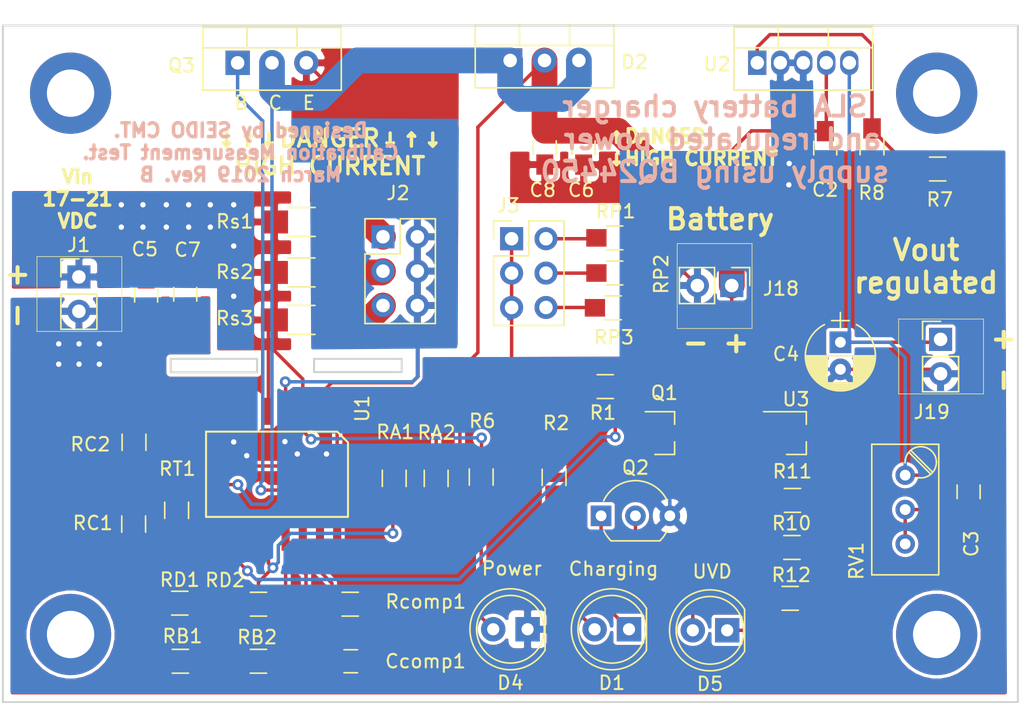
<source format=kicad_pcb>
(kicad_pcb (version 20171130) (host pcbnew 5.1.0-060a0da~80~ubuntu14.04.1)
  (layers (0 F.Cu signal) (31 B.Cu signal) (34 B.Paste user) (35 F.Paste user) (36 B.SilkS user) (37 F.SilkS user) (38 B.Mask user) (39 F.Mask user) (44 Edge.Cuts user))
  (net 0 "")
  (net 1 "Net-(D1-Pad2)")
  (net 2 "Net-(D1-Pad1)")
  (net 3 GND)
  (net 4 "Net-(D4-Pad2)")
  (net 5 Vin)
  (net 6 STAT1)
  (net 7 "Net-(R7-Pad1)")
  (net 8 "Net-(RA1-Pad1)")
  (net 9 "Net-(RC1-Pad1)")
  (net 10 "Net-(RT1-Pad1)")
  (net 11 "Net-(U1-Pad1)")
  (net 12 "Net-(C3-Pad2)")
  (net 13 "Net-(C3-Pad1)")
  (net 14 VBatt)
  (net 15 "Net-(Q1-Pad3)")
  (net 16 "Net-(Q3-Pad1)")
  (net 17 "Net-(J3-Pad1)")
  (net 18 "Net-(J3-Pad2)")
  (net 19 "Net-(J3-Pad4)")
  (net 20 "Net-(J3-Pad6)")
  (net 21 "Net-(J2-Pad5)")
  (net 22 "Net-(J2-Pad3)")
  (net 23 "Net-(J2-Pad1)")
  (net 24 "Net-(D5-Pad2)")
  (net 25 "Net-(D5-Pad1)")
  (net 26 "Net-(R10-Pad1)")
  (net 27 "Net-(Ccomp1-Pad1)")
  (net 28 "Net-(Rcomp1-Pad2)")
  (net 29 Charge)
  (net 30 "Net-(D2-Pad1)")
  (net 31 "Net-(RC2-Pad1)")
  (net 32 "Net-(RA1-Pad2)")
  (net 33 "Net-(RB1-Pad2)")
  (net 34 "Net-(RD1-Pad2)")
  (net 35 "Net-(RB2-Pad1)")
  (module Capacitors_THT:CP_Radial_D5.0mm_P2.00mm (layer F.Cu) (at 111.887 73.406 270)
    (fp_text reference C4 (at 0.87376 4.02082) (layer F.SilkS))
    (fp_text value 22uF)
    (pad 2 thru_hole circle (at 2 0 270) (size 1.6 1.6) (drill 0.8) (layers *.Cu *.Mask) (net 3 GND))
    (pad 1 thru_hole rect (at 0 0 270) (size 1.6 1.6) (drill 0.8) (layers *.Cu *.Mask) (net 13 "Net-(C3-Pad1)"))
  )
  (module LTZ1000_PowerSupplyCharger:PCB_Terminal_2_2.54 (layer F.Cu) (at 52.51704 67.07632)
    (fp_text reference J1 (at 3.08356 -0.8636 -180) (layer F.SilkS))
    (fp_text value Vin)
    (pad 1 thru_hole rect (at 3.1 1.5) (size 1.7 1.7) (drill 1) (layers *.Cu *.Mask) (net 5 Vin))
    (pad 2 thru_hole oval (at 3.1 4.04) (size 1.7 1.7) (drill 1) (layers *.Cu *.Mask) (net 3 GND))
  )
  (module LTZ1000_PowerSupplyCharger:PCB_Terminal_2_2.54 (layer F.Cu) (at 116.18976 71.6915)
    (fp_text reference J19 (at 2.44856 6.86308) (layer F.SilkS))
    (fp_text value Vout)
    (pad 1 thru_hole rect (at 3.1 1.5) (size 1.7 1.7) (drill 1) (layers *.Cu *.Mask) (net 13 "Net-(C3-Pad1)"))
    (pad 2 thru_hole oval (at 3.1 4.04) (size 1.7 1.7) (drill 1) (layers *.Cu *.Mask) (net 3 GND))
  )
  (module LTZ1000_PowerSupplyCharger:PCB_Terminal_2_2.54 (layer F.Cu) (at 105.3592 66.1162 270)
    (fp_text reference J18 (at 3.3274 -2.1336) (layer F.SilkS))
    (fp_text value Battery)
    (pad 1 thru_hole rect (at 3.1 1.5 270) (size 1.7 1.7) (drill 1) (layers *.Cu *.Mask) (net 14 VBatt))
    (pad 2 thru_hole oval (at 3.1 4.04 270) (size 1.7 1.7) (drill 1) (layers *.Cu *.Mask) (net 3 GND))
  )
  (module TO_SOT_Packages_THT:TO-92_Inline_Wide (layer F.Cu) (at 94.20352 86.23046)
    (fp_text reference Q2 (at 2.54 -3.56 -180) (layer F.SilkS))
    (fp_text value BC547)
    (pad 1 thru_hole rect (at 0 0 90) (size 1.52 1.52) (drill 0.8) (layers *.Cu *.Mask) (net 2 "Net-(D1-Pad1)"))
    (pad 3 thru_hole circle (at 5.08 0 90) (size 1.52 1.52) (drill 0.8) (layers *.Cu *.Mask) (net 3 GND))
    (pad 2 thru_hole circle (at 2.54 0 90) (size 1.52 1.52) (drill 0.8) (layers *.Cu *.Mask) (net 15 "Net-(Q1-Pad3)"))
  )
  (module Resistors_SMD:R_0805_HandSoldering (layer F.Cu) (at 95.0976 70.86092)
    (fp_text reference RP3 (at 0.05334 2.1844) (layer F.SilkS))
    (fp_text value 15K)
    (pad 2 smd rect (at 1.35 0) (size 1.5 1.3) (layers F.Cu F.Paste F.Mask) (net 3 GND))
    (pad 1 smd rect (at -1.35 0) (size 1.5 1.3) (layers F.Cu F.Paste F.Mask) (net 20 "Net-(J3-Pad6)"))
  )
  (module Resistors_SMD:R_0805_HandSoldering (layer F.Cu) (at 95.20682 65.69202)
    (fp_text reference RP1 (at 0.06858 -1.96342) (layer F.SilkS))
    (fp_text value 43K)
    (pad 2 smd rect (at 1.35 0) (size 1.5 1.3) (layers F.Cu F.Paste F.Mask) (net 3 GND))
    (pad 1 smd rect (at -1.35 0) (size 1.5 1.3) (layers F.Cu F.Paste F.Mask) (net 18 "Net-(J3-Pad2)"))
  )
  (module Resistors_SMD:R_0805_HandSoldering (layer F.Cu) (at 95.20682 68.2879)
    (fp_text reference RP2 (at 3.44678 0.0889 90) (layer F.SilkS))
    (fp_text value 22K1)
    (pad 1 smd rect (at -1.35 0) (size 1.5 1.3) (layers F.Cu F.Paste F.Mask) (net 19 "Net-(J3-Pad4)"))
    (pad 2 smd rect (at 1.35 0) (size 1.5 1.3) (layers F.Cu F.Paste F.Mask) (net 3 GND))
  )
  (module LTZ1000_PowerSupplyCharger:SOIC-16 (layer F.Cu) (at 70.256976 83.1596 180)
    (fp_text reference U1 (at -6.298624 4.8514 270) (layer F.SilkS))
    (fp_text value BQ24450)
    (pad 16 smd rect (at -4.445 -4.65 180) (size 0.6 2) (layers F.Cu F.Paste F.Mask) (net 16 "Net-(Q3-Pad1)"))
    (pad 1 smd rect (at -4.445 4.65 180) (size 0.6 2) (layers F.Cu F.Paste F.Mask) (net 11 "Net-(U1-Pad1)"))
    (pad 15 smd rect (at -3.175 -4.65 180) (size 0.6 2) (layers F.Cu F.Paste F.Mask) (net 17 "Net-(J3-Pad1)"))
    (pad 2 smd rect (at -3.175 4.65 180) (size 0.6 2) (layers F.Cu F.Paste F.Mask) (net 29 Charge))
    (pad 14 smd rect (at -1.905 -4.65 180) (size 0.6 2) (layers F.Cu F.Paste F.Mask) (net 28 "Net-(Rcomp1-Pad2)"))
    (pad 3 smd rect (at -1.905 4.65 180) (size 0.6 2) (layers F.Cu F.Paste F.Mask) (net 5 Vin))
    (pad 13 smd rect (at -0.635 -4.65 180) (size 0.6 2) (layers F.Cu F.Paste F.Mask) (net 35 "Net-(RB2-Pad1)"))
    (pad 4 smd rect (at -0.635 4.65 180) (size 0.6 2) (layers F.Cu F.Paste F.Mask) (net 29 Charge))
    (pad 12 smd rect (at 0.635 -4.65 180) (size 0.6 2) (layers F.Cu F.Paste F.Mask) (net 8 "Net-(RA1-Pad1)"))
    (pad 5 smd rect (at 0.635 4.65 180) (size 0.6 2) (layers F.Cu F.Paste F.Mask) (net 5 Vin))
    (pad 11 smd rect (at 1.905 -4.65 180) (size 0.6 2) (layers F.Cu F.Paste F.Mask) (net 10 "Net-(RT1-Pad1)"))
    (pad 6 smd rect (at 1.905 4.65 180) (size 0.6 2) (layers F.Cu F.Paste F.Mask) (net 3 GND))
    (pad 10 smd rect (at 3.175 -4.65 180) (size 0.6 2) (layers F.Cu F.Paste F.Mask) (net 6 STAT1))
    (pad 7 smd rect (at 3.175 4.65 180) (size 0.6 2) (layers F.Cu F.Paste F.Mask) (net 31 "Net-(RC2-Pad1)"))
    (pad 9 smd rect (at 4.445 -4.65 180) (size 0.6 2) (layers F.Cu F.Paste F.Mask))
    (pad 8 smd rect (at 4.445 4.65 180) (size 0.6 2) (layers F.Cu F.Paste F.Mask) (net 11 "Net-(U1-Pad1)"))
  )
  (module Capacitors_SMD:C_0805_HandSoldering (layer F.Cu) (at 121.3612 84.455 270)
    (fp_text reference C3 (at 3.84482 -0.19812 90) (layer F.SilkS))
    (fp_text value 1nF)
    (pad 2 smd rect (at 1.25 0 270) (size 1.5 1.25) (layers F.Cu F.Paste F.Mask) (net 12 "Net-(C3-Pad2)"))
    (pad 1 smd rect (at -1.25 0 270) (size 1.5 1.25) (layers F.Cu F.Paste F.Mask) (net 13 "Net-(C3-Pad1)"))
  )
  (module LEDs:LED_D5.0mm (layer F.Cu) (at 96.266 94.615 180)
    (fp_text reference D1 (at 1.27 -3.96 180) (layer F.SilkS))
    (fp_text value Charging (at 1.143 4.4704) (layer F.SilkS))
    (pad 2 thru_hole circle (at 2.54 0 180) (size 1.8 1.8) (drill 0.9) (layers *.Cu *.Mask) (net 1 "Net-(D1-Pad2)"))
    (pad 1 thru_hole rect (at 0 0 180) (size 1.8 1.8) (drill 0.9) (layers *.Cu *.Mask) (net 2 "Net-(D1-Pad1)"))
  )
  (module LEDs:LED_D5.0mm (layer F.Cu) (at 88.773 94.61246 180)
    (fp_text reference D4 (at 1.27 -3.96 180) (layer F.SilkS))
    (fp_text value Power (at 1.1684 4.49326 180) (layer F.SilkS))
    (pad 1 thru_hole rect (at 0 0 180) (size 1.8 1.8) (drill 0.9) (layers *.Cu *.Mask) (net 3 GND))
    (pad 2 thru_hole circle (at 2.54 0 180) (size 1.8 1.8) (drill 0.9) (layers *.Cu *.Mask) (net 4 "Net-(D4-Pad2)"))
  )
  (module TO_SOT_Packages_SMD:SOT-23 (layer F.Cu) (at 98.87712 80.11668)
    (fp_text reference Q1 (at 0 -2.96672) (layer F.SilkS))
    (fp_text value BSS138)
    (pad 3 smd rect (at 1 0) (size 0.9 0.8) (layers F.Cu F.Paste F.Mask) (net 15 "Net-(Q1-Pad3)"))
    (pad 2 smd rect (at -1 0.95) (size 0.9 0.8) (layers F.Cu F.Paste F.Mask) (net 3 GND))
    (pad 1 smd rect (at -1 -0.95) (size 0.9 0.8) (layers F.Cu F.Paste F.Mask) (net 6 STAT1))
  )
  (module TO_SOT_Packages_THT:TO-220-3_Vertical (layer F.Cu) (at 67.34556 52.75834)
    (fp_text reference Q3 (at -4.1402 0.1905) (layer F.SilkS))
    (fp_text value "B  C  E" (at 2.73812 2.95656) (layer F.SilkS))
    (pad 3 thru_hole oval (at 5.08 0) (size 1.8 1.8) (drill 1) (layers *.Cu *.Mask) (net 29 Charge))
    (pad 2 thru_hole oval (at 2.54 0) (size 1.8 1.8) (drill 1) (layers *.Cu *.Mask) (net 30 "Net-(D2-Pad1)"))
    (pad 1 thru_hole rect (at 0 0) (size 1.8 1.8) (drill 1) (layers *.Cu *.Mask) (net 16 "Net-(Q3-Pad1)"))
  )
  (module Resistors_SMD:R_0805_HandSoldering (layer F.Cu) (at 94.5134 76.6826 180)
    (fp_text reference R1 (at 0.1778 -1.9304) (layer F.SilkS))
    (fp_text value 330k)
    (pad 2 smd rect (at 1.35 0 180) (size 1.5 1.3) (layers F.Cu F.Paste F.Mask) (net 5 Vin))
    (pad 1 smd rect (at -1.35 0 180) (size 1.5 1.3) (layers F.Cu F.Paste F.Mask) (net 15 "Net-(Q1-Pad3)"))
  )
  (module Resistors_SMD:R_0805_HandSoldering (layer F.Cu) (at 90.7288 83.3882 90)
    (fp_text reference R2 (at 4.0132 0.1524 180) (layer F.SilkS))
    (fp_text value 6k8)
    (pad 2 smd rect (at 1.35 0 90) (size 1.5 1.3) (layers F.Cu F.Paste F.Mask) (net 5 Vin))
    (pad 1 smd rect (at -1.35 0 90) (size 1.5 1.3) (layers F.Cu F.Paste F.Mask) (net 1 "Net-(D1-Pad2)"))
  )
  (module Resistors_SMD:R_0805_HandSoldering (layer F.Cu) (at 85.344 83.3628 90)
    (fp_text reference R6 (at 4.1402 0.0762 180) (layer F.SilkS))
    (fp_text value 6k8)
    (pad 1 smd rect (at -1.35 0 90) (size 1.5 1.3) (layers F.Cu F.Paste F.Mask) (net 4 "Net-(D4-Pad2)"))
    (pad 2 smd rect (at 1.35 0 90) (size 1.5 1.3) (layers F.Cu F.Paste F.Mask) (net 5 Vin))
  )
  (module Resistors_SMD:R_0805_HandSoldering (layer F.Cu) (at 119.0752 60.6044)
    (fp_text reference R7 (at 0.1524 2.2606 -180) (layer F.SilkS))
    (fp_text value 750k)
    (pad 2 smd rect (at 1.35 0) (size 1.5 1.3) (layers F.Cu F.Paste F.Mask) (net 12 "Net-(C3-Pad2)"))
    (pad 1 smd rect (at -1.35 0) (size 1.5 1.3) (layers F.Cu F.Paste F.Mask) (net 7 "Net-(R7-Pad1)"))
  )
  (module Resistors_SMD:R_0805_HandSoldering (layer F.Cu) (at 114.2238 58.9534 90)
    (fp_text reference R8 (at -3.41182 -0.028882 180) (layer F.SilkS))
    (fp_text value 102k)
    (pad 1 smd rect (at -1.35 0 90) (size 1.5 1.3) (layers F.Cu F.Paste F.Mask) (net 3 GND))
    (pad 2 smd rect (at 1.35 0 90) (size 1.5 1.3) (layers F.Cu F.Paste F.Mask) (net 7 "Net-(R7-Pad1)"))
  )
  (module Resistors_SMD:R_0805_HandSoldering (layer F.Cu) (at 78.9178 83.4644 90)
    (fp_text reference RA1 (at 3.429 0.0762 180) (layer F.SilkS))
    (fp_text value 200K)
    (pad 2 smd rect (at 1.35 0 90) (size 1.5 1.3) (layers F.Cu F.Paste F.Mask) (net 32 "Net-(RA1-Pad2)"))
    (pad 1 smd rect (at -1.35 0 90) (size 1.5 1.3) (layers F.Cu F.Paste F.Mask) (net 8 "Net-(RA1-Pad1)"))
  )
  (module Resistors_SMD:R_0805_HandSoldering (layer F.Cu) (at 68.8848 96.9772 180)
    (fp_text reference RB2 (at 0.1016 1.778 180) (layer F.SilkS))
    (fp_text value 12K)
    (pad 1 smd rect (at -1.35 0 180) (size 1.5 1.3) (layers F.Cu F.Paste F.Mask) (net 35 "Net-(RB2-Pad1)"))
    (pad 2 smd rect (at 1.35 0 180) (size 1.5 1.3) (layers F.Cu F.Paste F.Mask) (net 33 "Net-(RB1-Pad2)"))
  )
  (module Resistors_SMD:R_0805_HandSoldering (layer F.Cu) (at 59.6646 86.8426 270)
    (fp_text reference RC1 (at -0.0762 3.0226 180) (layer F.SilkS))
    (fp_text value 45.3K)
    (pad 1 smd rect (at -1.35 0 270) (size 1.5 1.3) (layers F.Cu F.Paste F.Mask) (net 9 "Net-(RC1-Pad1)"))
    (pad 2 smd rect (at 1.35 0 270) (size 1.5 1.3) (layers F.Cu F.Paste F.Mask) (net 35 "Net-(RB2-Pad1)"))
  )
  (module Resistors_SMD:R_0805_HandSoldering (layer F.Cu) (at 63.0682 92.6846)
    (fp_text reference RD1 (at 0 -1.7272) (layer F.SilkS))
    (fp_text value 430K)
    (pad 2 smd rect (at 1.35 0) (size 1.5 1.3) (layers F.Cu F.Paste F.Mask) (net 34 "Net-(RD1-Pad2)"))
    (pad 1 smd rect (at -1.35 0) (size 1.5 1.3) (layers F.Cu F.Paste F.Mask) (net 6 STAT1))
  )
  (module Resistors_SMD:R_0805_HandSoldering (layer F.Cu) (at 62.8396 85.8228 90)
    (fp_text reference RT1 (at 3.0696 0.0508 180) (layer F.SilkS))
    (fp_text value 510)
    (pad 1 smd rect (at -1.35 0 90) (size 1.5 1.3) (layers F.Cu F.Paste F.Mask) (net 10 "Net-(RT1-Pad1)"))
    (pad 2 smd rect (at 1.35 0 90) (size 1.5 1.3) (layers F.Cu F.Paste F.Mask) (net 30 "Net-(D2-Pad1)"))
  )
  (module TO_SOT_Packages_THT:TO-220-5_Vertical (layer F.Cu) (at 105.74528 52.75326)
    (fp_text reference U2 (at -2.97688 0.10414) (layer F.SilkS))
    (fp_text value MIC2940)
    (pad 5 thru_hole oval (at 6.8 0) (size 1.35 1.8) (drill 1) (layers *.Cu *.Mask) (net 13 "Net-(C3-Pad1)"))
    (pad 4 thru_hole oval (at 5.1 0) (size 1.35 1.8) (drill 1) (layers *.Cu *.Mask) (net 14 VBatt))
    (pad 3 thru_hole oval (at 3.4 0) (size 1.35 1.8) (drill 1) (layers *.Cu *.Mask) (net 3 GND))
    (pad 2 thru_hole oval (at 1.7 0) (size 1.35 1.8) (drill 1) (layers *.Cu *.Mask) (net 3 GND))
    (pad 1 thru_hole rect (at 0 0) (size 1.35 1.8) (drill 1) (layers *.Cu *.Mask) (net 7 "Net-(R7-Pad1)"))
  )
  (module Potentiometers:Potentiometer_Trimmer_Bourns_3296W (layer F.Cu) (at 116.6749 83.22818 90)
    (fp_text reference RV1 (at -6.33984 -3.60172 270) (layer F.SilkS))
    (fp_text value 200K)
    (pad 3 thru_hole circle (at -5.08 0 90) (size 1.44 1.44) (drill 0.8) (layers *.Cu *.Mask) (net 12 "Net-(C3-Pad2)"))
    (pad 2 thru_hole circle (at -2.54 0 90) (size 1.44 1.44) (drill 0.8) (layers *.Cu *.Mask) (net 12 "Net-(C3-Pad2)"))
    (pad 1 thru_hole circle (at 0 0 90) (size 1.44 1.44) (drill 0.8) (layers *.Cu *.Mask) (net 13 "Net-(C3-Pad1)"))
  )
  (module LEDs:LED_D5.0mm (layer F.Cu) (at 103.52024 94.6912 180)
    (fp_text reference D5 (at 1.27 -3.96 180) (layer F.SilkS))
    (fp_text value UVD (at 1.10744 4.3434) (layer F.SilkS))
    (pad 2 thru_hole circle (at 2.54 0 180) (size 1.8 1.8) (drill 0.9) (layers *.Cu *.Mask) (net 24 "Net-(D5-Pad2)"))
    (pad 1 thru_hole rect (at 0 0 180) (size 1.8 1.8) (drill 0.9) (layers *.Cu *.Mask) (net 25 "Net-(D5-Pad1)"))
  )
  (module Resistors_SMD:R_0805_HandSoldering (layer F.Cu) (at 108.3056 88.5698 180)
    (fp_text reference R10 (at 0.0254 1.78816 180) (layer F.SilkS))
    (fp_text value 91K)
    (pad 2 smd rect (at 1.35 0 180) (size 1.5 1.3) (layers F.Cu F.Paste F.Mask) (net 14 VBatt))
    (pad 1 smd rect (at -1.35 0 180) (size 1.5 1.3) (layers F.Cu F.Paste F.Mask) (net 26 "Net-(R10-Pad1)"))
  )
  (module Resistors_SMD:R_0805_HandSoldering (layer F.Cu) (at 108.3437 85.09)
    (fp_text reference R11 (at -0.00762 -2.14376) (layer F.SilkS))
    (fp_text value 68K)
    (pad 1 smd rect (at -1.35 0) (size 1.5 1.3) (layers F.Cu F.Paste F.Mask) (net 3 GND))
    (pad 2 smd rect (at 1.35 0) (size 1.5 1.3) (layers F.Cu F.Paste F.Mask) (net 26 "Net-(R10-Pad1)"))
  )
  (module Resistors_SMD:R_0805_HandSoldering (layer F.Cu) (at 108.1786 92.329)
    (fp_text reference R12 (at 0.0762 -1.7272 180) (layer F.SilkS))
    (fp_text value 6K8)
    (pad 2 smd rect (at 1.35 0) (size 1.5 1.3) (layers F.Cu F.Paste F.Mask) (net 14 VBatt))
    (pad 1 smd rect (at -1.35 0) (size 1.5 1.3) (layers F.Cu F.Paste F.Mask) (net 24 "Net-(D5-Pad2)"))
  )
  (module TO_SOT_Packages_SMD:SOT-23_Handsoldering (layer F.Cu) (at 108.60786 80.11668)
    (fp_text reference U3 (at 0 -2.5) (layer F.SilkS))
    (fp_text value TC54)
    (pad 3 smd rect (at 1.5 0) (size 1.9 0.8) (layers F.Cu F.Paste F.Mask) (net 26 "Net-(R10-Pad1)"))
    (pad 2 smd rect (at -1.5 0.95) (size 1.9 0.8) (layers F.Cu F.Paste F.Mask) (net 3 GND))
    (pad 1 smd rect (at -1.5 -0.95) (size 1.9 0.8) (layers F.Cu F.Paste F.Mask) (net 25 "Net-(D5-Pad1)"))
  )
  (module Capacitors_SMD:C_0805_HandSoldering (layer F.Cu) (at 63.47714 69.86016 270)
    (fp_text reference C7 (at -3.286057 -0.170738) (layer F.SilkS))
    (fp_text value 0.1uF)
    (pad 2 smd rect (at 1.25 0 270) (size 1.5 1.25) (layers F.Cu F.Paste F.Mask) (net 3 GND))
    (pad 1 smd rect (at -1.25 0 270) (size 1.5 1.25) (layers F.Cu F.Paste F.Mask) (net 5 Vin))
  )
  (module Capacitors_SMD:C_0805_HandSoldering (layer F.Cu) (at 90.043 59.0242 270)
    (fp_text reference C8 (at 3.1296 0.1524) (layer F.SilkS))
    (fp_text value 1uF)
    (pad 1 smd rect (at -1.25 0 270) (size 1.5 1.25) (layers F.Cu F.Paste F.Mask) (net 14 VBatt))
    (pad 2 smd rect (at 1.25 0 270) (size 1.5 1.25) (layers F.Cu F.Paste F.Mask) (net 3 GND))
  )
  (module Capacitors_SMD:C_0805_HandSoldering (layer F.Cu) (at 60.58662 69.93128 270)
    (fp_text reference C5 (at -3.397817 0.103582) (layer F.SilkS))
    (fp_text value 1uF)
    (pad 2 smd rect (at 1.25 0 270) (size 1.5 1.25) (layers F.Cu F.Paste F.Mask) (net 3 GND))
    (pad 1 smd rect (at -1.25 0 270) (size 1.5 1.25) (layers F.Cu F.Paste F.Mask) (net 5 Vin))
  )
  (module Capacitors_SMD:C_0805_HandSoldering (layer F.Cu) (at 92.9132 59.0296 270)
    (fp_text reference C6 (at 3.1242 0.1778) (layer F.SilkS))
    (fp_text value 0.1uF)
    (pad 1 smd rect (at -1.25 0 270) (size 1.5 1.25) (layers F.Cu F.Paste F.Mask) (net 14 VBatt))
    (pad 2 smd rect (at 1.25 0 270) (size 1.5 1.25) (layers F.Cu F.Paste F.Mask) (net 3 GND))
  )
  (module LTZ1000_PowerSupplyCharger:NPTH (layer F.Cu) (at 55 95)
    (fp_text reference H2 (at 0 0.5) (layer F.SilkS))
    (fp_text value MountingHole hide)
    (pad "" np_thru_hole circle (at 0 0) (size 6 6) (drill 3.5) (layers *.Cu *.Mask))
  )
  (module LTZ1000_PowerSupplyCharger:NPTH (layer F.Cu) (at 55 55)
    (fp_text reference H3 (at 0 0.5) (layer F.SilkS))
    (fp_text value MountingHole hide)
    (pad "" np_thru_hole circle (at 0 0) (size 6 6) (drill 3.5) (layers *.Cu *.Mask))
  )
  (module LTZ1000_PowerSupplyCharger:NPTH (layer F.Cu) (at 119.126 54.991)
    (fp_text reference H4 (at 0 0.5) (layer F.SilkS))
    (fp_text value MountingHole hide)
    (pad "" np_thru_hole circle (at -0.126 0.009) (size 6 6) (drill 3.5) (layers *.Cu *.Mask))
  )
  (module LTZ1000_PowerSupplyCharger:NPTH (layer F.Cu) (at 119.126 94.996)
    (fp_text reference H5 (at 0 0.5) (layer F.SilkS))
    (fp_text value MountingHole hide)
    (pad "" np_thru_hole circle (at -0.126 0.004) (size 6 6) (drill 3.5) (layers *.Cu *.Mask))
  )
  (module Resistors_SMD:R_0805_HandSoldering (layer F.Cu) (at 75.6666 92.7608 180)
    (fp_text reference Rcomp1 (at -5.5753 0.1905 180) (layer F.SilkS))
    (fp_text value 470)
    (pad 2 smd rect (at 1.35 0 180) (size 1.5 1.3) (layers F.Cu F.Paste F.Mask) (net 28 "Net-(Rcomp1-Pad2)"))
    (pad 1 smd rect (at -1.35 0 180) (size 1.5 1.3) (layers F.Cu F.Paste F.Mask) (net 27 "Net-(Ccomp1-Pad1)"))
  )
  (module Capacitors_SMD:C_0805_HandSoldering (layer F.Cu) (at 75.7047 96.9772 180)
    (fp_text reference Ccomp1 (at -5.5245 0 180) (layer F.SilkS))
    (fp_text value 0.22uF)
    (pad 2 smd rect (at 1.25 0 180) (size 1.5 1.25) (layers F.Cu F.Paste F.Mask) (net 3 GND))
    (pad 1 smd rect (at -1.25 0 180) (size 1.5 1.25) (layers F.Cu F.Paste F.Mask) (net 27 "Net-(Ccomp1-Pad1)"))
  )
  (module Capacitors_SMD:C_0805_HandSoldering (layer F.Cu) (at 110.7694 59.055 270)
    (fp_text reference C2 (at 3.07848 0.01016) (layer F.SilkS))
    (fp_text value 0.22uF)
    (pad 2 smd rect (at 1.25 0 270) (size 1.5 1.25) (layers F.Cu F.Paste F.Mask) (net 3 GND))
    (pad 1 smd rect (at -1.25 0 270) (size 1.5 1.25) (layers F.Cu F.Paste F.Mask) (net 14 VBatt))
  )
  (module Resistors_SMD:R_1206_HandSoldering (layer F.Cu) (at 72.07206 64.516 180)
    (fp_text reference Rs1 (at 4.93928 0.03556 180) (layer F.SilkS))
    (fp_text value 0R68)
    (pad 1 smd rect (at -2 0 180) (size 2 1.7) (layers F.Cu F.Paste F.Mask) (net 23 "Net-(J2-Pad1)"))
    (pad 2 smd rect (at 2 0 180) (size 2 1.7) (layers F.Cu F.Paste F.Mask) (net 5 Vin))
  )
  (module Resistors_SMD:R_1206_HandSoldering (layer F.Cu) (at 72.06234 68.24472 180)
    (fp_text reference Rs2 (at 4.93928 0.03556 180) (layer F.SilkS))
    (fp_text value 0R68)
    (pad 1 smd rect (at -2 0 180) (size 2 1.7) (layers F.Cu F.Paste F.Mask) (net 22 "Net-(J2-Pad3)"))
    (pad 2 smd rect (at 2 0 180) (size 2 1.7) (layers F.Cu F.Paste F.Mask) (net 5 Vin))
  )
  (module Resistors_SMD:R_1206_HandSoldering (layer F.Cu) (at 72.06234 71.755 180)
    (fp_text reference Rs3 (at 4.93928 0.12192 180) (layer F.SilkS))
    (fp_text value 0R68)
    (pad 2 smd rect (at 2 0 180) (size 2 1.7) (layers F.Cu F.Paste F.Mask) (net 5 Vin))
    (pad 1 smd rect (at -2 0 180) (size 2 1.7) (layers F.Cu F.Paste F.Mask) (net 21 "Net-(J2-Pad5)"))
  )
  (module TO_SOT_Packages_THT:TO-220-3_Vertical (layer F.Cu) (at 87.48268 52.58308)
    (fp_text reference D2 (at 9.18972 0.12192) (layer F.SilkS))
    (fp_text value SR1640)
    (pad 3 thru_hole oval (at 5.08 0) (size 1.8 1.8) (drill 1) (layers *.Cu *.Mask) (net 30 "Net-(D2-Pad1)"))
    (pad 2 thru_hole oval (at 2.54 0) (size 1.8 1.8) (drill 1) (layers *.Cu *.Mask) (net 14 VBatt))
    (pad 1 thru_hole rect (at 0 0) (size 1.8 1.8) (drill 1) (layers *.Cu *.Mask) (net 30 "Net-(D2-Pad1)"))
  )
  (module Pin_Headers:Pin_Header_Straight_2x03_Pitch2.54mm (layer F.Cu) (at 78.08722 65.61074)
    (fp_text reference J2 (at 1.10998 -3.22834) (layer F.SilkS))
    (fp_text value Charging)
    (pad 6 thru_hole oval (at 2.54 5.08) (size 1.7 1.7) (drill 1) (layers *.Cu *.Mask) (net 29 Charge))
    (pad 5 thru_hole oval (at 0 5.08) (size 1.7 1.7) (drill 1) (layers *.Cu *.Mask) (net 21 "Net-(J2-Pad5)"))
    (pad 4 thru_hole oval (at 2.54 2.54) (size 1.7 1.7) (drill 1) (layers *.Cu *.Mask) (net 29 Charge))
    (pad 3 thru_hole oval (at 0 2.54) (size 1.7 1.7) (drill 1) (layers *.Cu *.Mask) (net 22 "Net-(J2-Pad3)"))
    (pad 2 thru_hole oval (at 2.54 0) (size 1.7 1.7) (drill 1) (layers *.Cu *.Mask) (net 29 Charge))
    (pad 1 thru_hole rect (at 0 0) (size 1.7 1.7) (drill 1) (layers *.Cu *.Mask) (net 23 "Net-(J2-Pad1)"))
  )
  (module Pin_Headers:Pin_Header_Straight_2x03_Pitch2.54mm (layer F.Cu) (at 87.5919 65.75552)
    (fp_text reference J3 (at -0.2413 -2.45872) (layer F.SilkS))
    (fp_text value PowerDispersion)
    (pad 6 thru_hole oval (at 2.54 5.08) (size 1.7 1.7) (drill 1) (layers *.Cu *.Mask) (net 20 "Net-(J3-Pad6)"))
    (pad 5 thru_hole oval (at 0 5.08) (size 1.7 1.7) (drill 1) (layers *.Cu *.Mask) (net 17 "Net-(J3-Pad1)"))
    (pad 4 thru_hole oval (at 2.54 2.54) (size 1.7 1.7) (drill 1) (layers *.Cu *.Mask) (net 19 "Net-(J3-Pad4)"))
    (pad 3 thru_hole oval (at 0 2.54) (size 1.7 1.7) (drill 1) (layers *.Cu *.Mask) (net 17 "Net-(J3-Pad1)"))
    (pad 2 thru_hole oval (at 2.54 0) (size 1.7 1.7) (drill 1) (layers *.Cu *.Mask) (net 18 "Net-(J3-Pad2)"))
    (pad 1 thru_hole rect (at 0 0) (size 1.7 1.7) (drill 1) (layers *.Cu *.Mask) (net 17 "Net-(J3-Pad1)"))
  )
  (module Resistors_SMD:R_0805_HandSoldering (layer F.Cu) (at 59.69 80.7974 270)
    (fp_text reference RC2 (at 0.1524 3.2258) (layer F.SilkS))
    (fp_text value 0)
    (pad 2 smd rect (at 1.35 0 270) (size 1.5 1.3) (layers F.Cu F.Paste F.Mask) (net 9 "Net-(RC1-Pad1)"))
    (pad 1 smd rect (at -1.35 0 270) (size 1.5 1.3) (layers F.Cu F.Paste F.Mask) (net 31 "Net-(RC2-Pad1)"))
  )
  (module Resistors_SMD:R_0805_HandSoldering (layer F.Cu) (at 82.0166 83.4644 90)
    (fp_text reference RA2 (at 3.3782 0.0254 180) (layer F.SilkS))
    (fp_text value 10K)
    (pad 2 smd rect (at 1.35 0 90) (size 1.5 1.3) (layers F.Cu F.Paste F.Mask) (net 14 VBatt))
    (pad 1 smd rect (at -1.35 0 90) (size 1.5 1.3) (layers F.Cu F.Paste F.Mask) (net 32 "Net-(RA1-Pad2)"))
  )
  (module Resistors_SMD:R_0805_HandSoldering (layer F.Cu) (at 63.1152 96.9772)
    (fp_text reference RB1 (at 0.1562 -1.8542) (layer F.SilkS))
    (fp_text value 0)
    (pad 2 smd rect (at 1.35 0) (size 1.5 1.3) (layers F.Cu F.Paste F.Mask) (net 33 "Net-(RB1-Pad2)"))
    (pad 1 smd rect (at -1.35 0) (size 1.5 1.3) (layers F.Cu F.Paste F.Mask) (net 8 "Net-(RA1-Pad1)"))
  )
  (module Resistors_SMD:R_0805_HandSoldering (layer F.Cu) (at 68.8886 92.7608)
    (fp_text reference RD2 (at -2.4676 -1.778) (layer F.SilkS))
    (fp_text value 20K)
    (pad 2 smd rect (at 1.35 0) (size 1.5 1.3) (layers F.Cu F.Paste F.Mask) (net 35 "Net-(RB2-Pad1)"))
    (pad 1 smd rect (at -1.35 0) (size 1.5 1.3) (layers F.Cu F.Paste F.Mask) (net 34 "Net-(RD1-Pad2)"))
  )
  (gr_line (start 72.99452 75.60818) (end 79.47152 75.61072) (layer Edge.Cuts) (width 0.15))
  (gr_line (start 72.99452 74.63028) (end 79.47406 74.63282) (layer Edge.Cuts) (width 0.15))
  (gr_line (start 72.99452 74.63028) (end 72.99452 75.60818) (layer Edge.Cuts) (width 0.15))
  (gr_line (start 68.7832 74.63028) (end 68.7832 75.62596) (layer Edge.Cuts) (width 0.15))
  (gr_text " ↑DANGER \n ↓HIGH CURRENT " (at 93.7768 59.0042) (layer F.SilkS) (effects (font (size 1.016 1.016) (thickness 0.254)) (justify left)))
  (gr_text "↓↑↓DANGER↓↑↓\nHIGH CURRENT" (at 74.1426 59.3598) (layer F.SilkS) (effects (font (size 1.27 1.27) (thickness 0.254))))
  (gr_text "SLA battery charger\nand regulated power \nsupply using BQ24450" (at 102.616 58.3946) (layer B.SilkS) (effects (font (size 1.5 1.5) (thickness 0.3)) (justify mirror)))
  (gr_text "Designed by SEIDO CMT.\nCalibration Measurement Test.\nMarch 2019 Rev. B" (at 67.564 59.3852) (layer B.SilkS) (effects (font (size 1.016 1.016) (thickness 0.254)) (justify mirror)))
  (gr_line (start 79.47152 74.63282) (end 79.47152 75.61072) (layer Edge.Cuts) (width 0.15))
  (gr_line (start 62.40272 74.6252) (end 62.40272 75.62596) (layer Edge.Cuts) (width 0.15))
  (gr_line (start 62.40272 75.62596) (end 68.7832 75.62596) (layer Edge.Cuts) (width 0.15))
  (gr_line (start 62.40272 74.6252) (end 68.7832 74.63028) (layer Edge.Cuts) (width 0.15))
  (gr_text "Vout\nregulated" (at 118.21922 67.7926) (layer F.SilkS) (effects (font (size 1.5 1.5) (thickness 0.3))))
  (gr_text Battery (at 102.997 64.3128) (layer F.SilkS) (effects (font (size 1.5 1.5) (thickness 0.3))))
  (gr_text "+ -" (at 124.05868 74.70902 270) (layer F.SilkS) (effects (font (size 1.5 1.5) (thickness 0.3))))
  (gr_text "+ -" (at 102.6922 73.6092 180) (layer F.SilkS) (effects (font (size 1.5 1.5) (thickness 0.3))))
  (gr_text "Vin\n17-21\nVDC" (at 55.5244 62.8142) (layer F.SilkS) (effects (font (size 1.016 1.016) (thickness 0.254))))
  (gr_text "+ -" (at 51.19116 69.92874 270) (layer F.SilkS) (effects (font (size 1.5 1.5) (thickness 0.3))))
  (gr_line (start 125 50) (end 125 100) (layer Edge.Cuts) (width 0.15))
  (gr_line (start 50 50) (end 125 50) (layer Edge.Cuts) (width 0.15))
  (gr_line (start 50 50) (end 50 100) (layer Edge.Cuts) (width 0.15))
  (gr_line (start 50 100) (end 125 100) (layer Edge.Cuts) (width 0.15))
  (segment (start 90.7288 91.6178) (end 93.726 94.615) (width 0.254) (layer F.Cu) (net 1))
  (segment (start 90.7288 84.7382) (end 90.7288 91.6178) (width 0.254) (layer F.Cu) (net 1))
  (segment (start 94.20352 92.55252) (end 96.266 94.615) (width 0.254) (layer F.Cu) (net 2))
  (segment (start 94.20352 86.23046) (end 94.20352 92.55252) (width 0.254) (layer F.Cu) (net 2))
  (segment (start 107.10786 84.97584) (end 106.9937 85.09) (width 0.254) (layer F.Cu) (net 3))
  (segment (start 107.10786 81.06668) (end 107.10786 84.97584) (width 0.254) (layer F.Cu) (net 3))
  (segment (start 61.7982 76.11364) (end 61.43244 75.74788) (width 0.254) (layer F.Cu) (net 3))
  (segment (start 67.210016 76.11364) (end 61.7982 76.11364) (width 0.254) (layer F.Cu) (net 3))
  (segment (start 68.351976 77.2556) (end 67.210016 76.11364) (width 0.254) (layer F.Cu) (net 3))
  (segment (start 68.351976 78.5096) (end 68.351976 77.2556) (width 0.254) (layer F.Cu) (net 3))
  (via (at 54.1274 73.52538) (size 0.8) (drill 0.4) (layers F.Cu B.Cu) (net 3))
  (via (at 55.6274 73.52538) (size 0.8) (drill 0.4) (layers F.Cu B.Cu) (net 3))
  (via (at 57.1274 73.52538) (size 0.8) (drill 0.4) (layers F.Cu B.Cu) (net 3))
  (via (at 54.1274 75.02538) (size 0.8) (drill 0.4) (layers F.Cu B.Cu) (net 3))
  (via (at 55.6274 75.02538) (size 0.8) (drill 0.4) (layers F.Cu B.Cu) (net 3))
  (via (at 57.1274 75.02538) (size 0.8) (drill 0.4) (layers F.Cu B.Cu) (net 3))
  (segment (start 97.87712 84.82406) (end 99.28352 86.23046) (width 0.254) (layer F.Cu) (net 3))
  (segment (start 97.87712 81.06668) (end 97.87712 84.82406) (width 0.254) (layer F.Cu) (net 3))
  (segment (start 118.96426 75.406) (end 119.28976 75.7315) (width 0.254) (layer F.Cu) (net 3))
  (segment (start 111.887 75.406) (end 118.96426 75.406) (width 0.254) (layer F.Cu) (net 3))
  (segment (start 60.52166 71.11632) (end 60.58662 71.18128) (width 0.254) (layer F.Cu) (net 3))
  (segment (start 55.61704 71.11632) (end 60.52166 71.11632) (width 0.254) (layer F.Cu) (net 3))
  (segment (start 63.40602 71.18128) (end 63.47714 71.11016) (width 0.254) (layer F.Cu) (net 3))
  (segment (start 60.58662 71.18128) (end 63.40602 71.18128) (width 0.254) (layer F.Cu) (net 3))
  (segment (start 60.58662 74.90206) (end 61.43244 75.74788) (width 0.254) (layer F.Cu) (net 3))
  (segment (start 60.58662 71.18128) (end 60.58662 74.90206) (width 0.254) (layer F.Cu) (net 3))
  (via (at 73.914 81.661) (size 0.8) (drill 0.4) (layers F.Cu B.Cu) (net 3))
  (via (at 71.754996 81.661) (size 0.8) (drill 0.4) (layers F.Cu B.Cu) (net 3))
  (via (at 67.056 80.772) (size 0.8) (drill 0.4) (layers F.Cu B.Cu) (net 3))
  (segment (start 68.351976 78.5096) (end 68.351976 79.2096) (width 0.254) (layer F.Cu) (net 3))
  (segment (start 67.056 80.505576) (end 67.056 80.772) (width 0.254) (layer F.Cu) (net 3))
  (segment (start 68.351976 79.2096) (end 67.056 80.505576) (width 0.254) (layer F.Cu) (net 3))
  (via (at 68.0212 81.788) (size 0.8) (drill 0.4) (layers F.Cu B.Cu) (net 3))
  (via (at 70.8406 80.7466) (size 0.8) (drill 0.4) (layers F.Cu B.Cu) (net 3))
  (segment (start 88.773 97.2312) (end 88.773 94.61246) (width 0.254) (layer F.Cu) (net 3))
  (segment (start 74.4547 97.8562) (end 75.0743 98.4758) (width 0.254) (layer F.Cu) (net 3))
  (segment (start 74.4547 96.9772) (end 74.4547 97.8562) (width 0.254) (layer F.Cu) (net 3))
  (segment (start 87.5284 98.4758) (end 88.773 97.2312) (width 0.254) (layer F.Cu) (net 3))
  (segment (start 75.0743 98.4758) (end 87.5284 98.4758) (width 0.254) (layer F.Cu) (net 3))
  (segment (start 107.44528 52.75326) (end 109.14528 52.75326) (width 0.254) (layer F.Cu) (net 3))
  (segment (start 67.056 80.8228) (end 68.0212 81.788) (width 0.254) (layer F.Cu) (net 3))
  (segment (start 67.056 80.772) (end 67.056 80.8228) (width 0.254) (layer F.Cu) (net 3))
  (segment (start 71.627996 81.788) (end 71.754996 81.661) (width 0.254) (layer F.Cu) (net 3))
  (segment (start 68.0212 81.788) (end 71.627996 81.788) (width 0.254) (layer F.Cu) (net 3))
  (segment (start 71.754996 81.661) (end 73.914 81.661) (width 0.254) (layer F.Cu) (net 3))
  (segment (start 70.8406 80.746604) (end 71.754996 81.661) (width 0.254) (layer F.Cu) (net 3))
  (segment (start 70.8406 80.7466) (end 70.8406 80.746604) (width 0.254) (layer F.Cu) (net 3))
  (via (at 108.102398 60.198) (size 0.8) (drill 0.4) (layers F.Cu B.Cu) (net 3))
  (segment (start 107.44528 59.540882) (end 108.102398 60.198) (width 0.254) (layer B.Cu) (net 3))
  (segment (start 107.44528 52.75326) (end 107.44528 59.540882) (width 0.254) (layer B.Cu) (net 3))
  (segment (start 110.6624 60.198) (end 110.7694 60.305) (width 0.254) (layer F.Cu) (net 3))
  (segment (start 108.102398 60.198) (end 110.6624 60.198) (width 0.254) (layer F.Cu) (net 3))
  (via (at 108.077 61.7728) (size 0.8) (drill 0.4) (layers F.Cu B.Cu) (net 3))
  (segment (start 108.102398 61.747402) (end 108.077 61.7728) (width 0.254) (layer F.Cu) (net 3))
  (segment (start 108.102398 60.198) (end 108.102398 61.747402) (width 0.254) (layer F.Cu) (net 3))
  (segment (start 114.2222 60.305) (end 114.2238 60.3034) (width 0.254) (layer F.Cu) (net 3))
  (segment (start 110.7694 60.305) (end 114.2222 60.305) (width 0.254) (layer F.Cu) (net 3))
  (segment (start 101.3192 69.2162) (end 101.3192 63.5776) (width 0.254) (layer B.Cu) (net 3))
  (segment (start 103.124 61.7728) (end 108.077 61.7728) (width 0.254) (layer B.Cu) (net 3))
  (segment (start 101.3192 63.5776) (end 103.124 61.7728) (width 0.254) (layer B.Cu) (net 3))
  (segment (start 96.55682 66.59602) (end 96.55682 68.2879) (width 0.254) (layer F.Cu) (net 3))
  (segment (start 96.55682 65.69202) (end 96.55682 66.59602) (width 0.254) (layer F.Cu) (net 3))
  (segment (start 96.55682 70.7517) (end 96.4476 70.86092) (width 0.254) (layer F.Cu) (net 3))
  (segment (start 96.55682 68.2879) (end 96.55682 70.7517) (width 0.254) (layer F.Cu) (net 3))
  (segment (start 100.3909 68.2879) (end 101.3192 69.2162) (width 0.254) (layer F.Cu) (net 3))
  (segment (start 96.55682 68.2879) (end 100.3909 68.2879) (width 0.254) (layer F.Cu) (net 3))
  (segment (start 96.55682 64.78802) (end 96.55682 65.69202) (width 0.254) (layer F.Cu) (net 3))
  (segment (start 96.55682 63.04422) (end 96.55682 64.78802) (width 0.254) (layer F.Cu) (net 3))
  (segment (start 93.7922 60.2796) (end 96.55682 63.04422) (width 0.254) (layer F.Cu) (net 3))
  (segment (start 92.9132 60.2796) (end 93.7922 60.2796) (width 0.254) (layer F.Cu) (net 3))
  (segment (start 92.0342 60.2796) (end 92.9132 60.2796) (width 0.254) (layer F.Cu) (net 3))
  (segment (start 90.9274 60.2796) (end 92.0342 60.2796) (width 0.254) (layer F.Cu) (net 3))
  (segment (start 90.922 60.2742) (end 90.9274 60.2796) (width 0.254) (layer F.Cu) (net 3))
  (segment (start 90.043 60.2742) (end 90.922 60.2742) (width 0.254) (layer F.Cu) (net 3))
  (segment (start 105.90386 81.06668) (end 107.10786 81.06668) (width 0.254) (layer F.Cu) (net 3))
  (segment (start 105.156 80.31882) (end 105.90386 81.06668) (width 0.254) (layer F.Cu) (net 3))
  (segment (start 106.585 75.406) (end 105.156 76.835) (width 0.254) (layer F.Cu) (net 3))
  (segment (start 105.156 76.835) (end 105.156 80.31882) (width 0.254) (layer F.Cu) (net 3))
  (segment (start 111.887 75.406) (end 106.585 75.406) (width 0.254) (layer F.Cu) (net 3))
  (segment (start 108.077 62.338485) (end 108.1024 62.363885) (width 0.254) (layer B.Cu) (net 3))
  (segment (start 108.077 61.7728) (end 108.077 62.338485) (width 0.254) (layer B.Cu) (net 3))
  (segment (start 108.1024 62.363885) (end 108.1024 73.2282) (width 0.254) (layer B.Cu) (net 3))
  (segment (start 110.2802 75.406) (end 111.887 75.406) (width 0.254) (layer B.Cu) (net 3))
  (segment (start 108.1024 73.2282) (end 110.2802 75.406) (width 0.254) (layer B.Cu) (net 3))
  (segment (start 90.90152 94.61246) (end 99.28352 86.23046) (width 0.254) (layer B.Cu) (net 3))
  (segment (start 88.773 94.61246) (end 90.90152 94.61246) (width 0.254) (layer B.Cu) (net 3))
  (segment (start 99.28352 86.23046) (end 99.28352 82.35188) (width 0.254) (layer B.Cu) (net 3))
  (segment (start 106.2294 75.406) (end 111.887 75.406) (width 0.254) (layer B.Cu) (net 3))
  (segment (start 99.28352 82.35188) (end 106.2294 75.406) (width 0.254) (layer B.Cu) (net 3))
  (segment (start 55.61704 73.51502) (end 55.6274 73.52538) (width 0.254) (layer F.Cu) (net 3))
  (segment (start 55.61704 71.11632) (end 55.61704 73.51502) (width 0.254) (layer F.Cu) (net 3))
  (segment (start 55.6274 73.52538) (end 54.1274 73.52538) (width 0.254) (layer F.Cu) (net 3))
  (segment (start 55.6274 73.52538) (end 57.1274 73.52538) (width 0.254) (layer F.Cu) (net 3))
  (segment (start 57.1274 73.52538) (end 57.1274 75.02538) (width 0.254) (layer F.Cu) (net 3))
  (segment (start 54.1274 73.52538) (end 54.1274 75.02538) (width 0.254) (layer F.Cu) (net 3))
  (segment (start 54.1274 75.02538) (end 55.6274 75.02538) (width 0.254) (layer F.Cu) (net 3))
  (segment (start 55.6274 75.02538) (end 57.1274 75.02538) (width 0.254) (layer F.Cu) (net 3))
  (segment (start 85.344 93.72346) (end 86.233 94.61246) (width 0.254) (layer F.Cu) (net 4))
  (segment (start 85.344 84.7128) (end 85.344 93.72346) (width 0.254) (layer F.Cu) (net 4))
  (via (at 67.056 70.00494) (size 0.8) (drill 0.4) (layers F.Cu B.Cu) (net 5))
  (segment (start 60.48166 68.57632) (end 60.58662 68.68128) (width 0.254) (layer F.Cu) (net 5))
  (segment (start 55.61704 68.57632) (end 60.48166 68.57632) (width 0.254) (layer F.Cu) (net 5))
  (segment (start 63.40602 68.68128) (end 63.47714 68.61016) (width 0.254) (layer F.Cu) (net 5))
  (segment (start 60.58662 68.68128) (end 63.40602 68.68128) (width 0.254) (layer F.Cu) (net 5))
  (via (at 67.056 63.246) (size 0.8) (drill 0.4) (layers F.Cu B.Cu) (net 5))
  (via (at 67.056 66.294) (size 0.8) (drill 0.4) (layers F.Cu B.Cu) (net 5))
  (segment (start 69.621976 72.195364) (end 70.06234 71.755) (width 0.254) (layer F.Cu) (net 5))
  (segment (start 69.621976 78.5096) (end 69.621976 72.195364) (width 0.254) (layer F.Cu) (net 5))
  (segment (start 70.06234 71.755) (end 68.16598 71.755) (width 0.254) (layer F.Cu) (net 5))
  (segment (start 67.056 69.439255) (end 67.056 66.294) (width 0.254) (layer F.Cu) (net 5))
  (segment (start 64.35614 68.61016) (end 63.47714 68.61016) (width 0.254) (layer F.Cu) (net 5))
  (segment (start 66.226905 68.61016) (end 64.35614 68.61016) (width 0.254) (layer F.Cu) (net 5))
  (segment (start 67.056 69.439255) (end 66.226905 68.61016) (width 0.254) (layer F.Cu) (net 5))
  (segment (start 67.056 70.00494) (end 67.056 69.439255) (width 0.254) (layer F.Cu) (net 5))
  (segment (start 67.056 66.294) (end 67.056 63.246) (width 0.254) (layer F.Cu) (net 5))
  (segment (start 70.06234 69.34872) (end 70.06234 68.24472) (width 0.254) (layer F.Cu) (net 5))
  (segment (start 69.40612 70.00494) (end 70.06234 69.34872) (width 0.254) (layer F.Cu) (net 5))
  (segment (start 67.056 70.00494) (end 69.40612 70.00494) (width 0.254) (layer F.Cu) (net 5))
  (segment (start 68.16598 71.680605) (end 68.16598 71.755) (width 0.254) (layer F.Cu) (net 5))
  (segment (start 67.056 70.570625) (end 68.16598 71.680605) (width 0.254) (layer F.Cu) (net 5))
  (segment (start 67.056 70.00494) (end 67.056 70.570625) (width 0.254) (layer F.Cu) (net 5))
  (via (at 72.771 80.5688) (size 0.8) (drill 0.4) (layers F.Cu B.Cu) (net 5))
  (via (at 85.3694 80.4672) (size 0.8) (drill 0.4) (layers F.Cu B.Cu) (net 5))
  (segment (start 90.7288 81.914992) (end 90.7288 82.0382) (width 0.254) (layer F.Cu) (net 5))
  (segment (start 85.3694 80.4672) (end 72.7964 80.5434) (width 0.254) (layer B.Cu) (net 5))
  (segment (start 72.7964 80.5434) (end 72.771 80.5688) (width 0.254) (layer B.Cu) (net 5))
  (segment (start 72.161976 79.959776) (end 72.771 80.5688) (width 0.254) (layer F.Cu) (net 5))
  (segment (start 72.161976 78.5096) (end 72.161976 79.959776) (width 0.254) (layer F.Cu) (net 5))
  (segment (start 70.07206 63.412) (end 70.07206 64.516) (width 0.254) (layer F.Cu) (net 5))
  (segment (start 69.90606 63.246) (end 70.07206 63.412) (width 0.254) (layer F.Cu) (net 5))
  (segment (start 67.056 63.246) (end 69.90606 63.246) (width 0.254) (layer F.Cu) (net 5))
  (segment (start 90.7034 82.0128) (end 90.7288 82.0382) (width 0.254) (layer F.Cu) (net 5))
  (segment (start 85.344 82.0128) (end 90.7034 82.0128) (width 0.254) (layer F.Cu) (net 5))
  (segment (start 85.3694 81.9874) (end 85.344 82.0128) (width 0.254) (layer F.Cu) (net 5))
  (segment (start 85.3694 80.4672) (end 85.3694 81.9874) (width 0.254) (layer F.Cu) (net 5))
  (segment (start 90.7288 82.0382) (end 90.7288 77.6986) (width 0.254) (layer F.Cu) (net 5))
  (segment (start 91.7448 76.6826) (end 93.1634 76.6826) (width 0.254) (layer F.Cu) (net 5))
  (segment (start 90.7288 77.6986) (end 91.7448 76.6826) (width 0.254) (layer F.Cu) (net 5))
  (segment (start 70.06234 71.755) (end 70.06234 74.02474) (width 0.254) (layer F.Cu) (net 5))
  (segment (start 72.161976 76.124376) (end 72.161976 78.5096) (width 0.254) (layer F.Cu) (net 5))
  (segment (start 70.06234 74.02474) (end 72.161976 76.124376) (width 0.254) (layer F.Cu) (net 5))
  (via (at 65.3288 63.246) (size 0.8) (drill 0.4) (layers F.Cu B.Cu) (net 5))
  (via (at 63.7286 63.246) (size 0.8) (drill 0.4) (layers F.Cu B.Cu) (net 5))
  (via (at 58.7502 63.246) (size 0.8) (drill 0.4) (layers F.Cu B.Cu) (net 5))
  (via (at 62.0776 63.246) (size 0.8) (drill 0.4) (layers F.Cu B.Cu) (net 5))
  (via (at 60.3504 63.246) (size 0.8) (drill 0.4) (layers F.Cu B.Cu) (net 5))
  (via (at 63.7286 64.897) (size 0.8) (drill 0.4) (layers F.Cu B.Cu) (net 5))
  (via (at 62.0776 64.897) (size 0.8) (drill 0.4) (layers F.Cu B.Cu) (net 5))
  (via (at 60.3504 64.897) (size 0.8) (drill 0.4) (layers F.Cu B.Cu) (net 5))
  (via (at 58.7502 64.897) (size 0.8) (drill 0.4) (layers F.Cu B.Cu) (net 5))
  (via (at 65.3288 64.897) (size 0.8) (drill 0.4) (layers F.Cu B.Cu) (net 5))
  (segment (start 67.056 63.246) (end 65.3288 63.246) (width 0.254) (layer F.Cu) (net 5))
  (segment (start 65.3288 63.246) (end 63.7286 63.246) (width 0.254) (layer F.Cu) (net 5))
  (segment (start 63.7286 63.246) (end 62.0776 63.246) (width 0.254) (layer F.Cu) (net 5))
  (segment (start 62.0776 63.246) (end 60.3504 63.246) (width 0.254) (layer F.Cu) (net 5))
  (segment (start 60.3504 63.246) (end 58.7502 63.246) (width 0.254) (layer F.Cu) (net 5))
  (segment (start 58.7502 63.246) (end 58.7502 64.897) (width 0.254) (layer F.Cu) (net 5))
  (segment (start 58.7502 64.897) (end 60.3504 64.897) (width 0.254) (layer F.Cu) (net 5))
  (segment (start 60.3504 64.897) (end 62.0776 64.897) (width 0.254) (layer F.Cu) (net 5))
  (segment (start 62.0776 64.897) (end 63.7286 64.897) (width 0.254) (layer F.Cu) (net 5))
  (segment (start 63.7286 64.897) (end 65.3288 64.897) (width 0.254) (layer F.Cu) (net 5))
  (via (at 95.25 80.391) (size 0.8) (drill 0.4) (layers F.Cu B.Cu) (net 6))
  (via (at 68.072 90.297) (size 0.8) (drill 0.4) (layers F.Cu B.Cu) (net 6))
  (segment (start 67.081976 89.306976) (end 68.072 90.297) (width 0.254) (layer F.Cu) (net 6))
  (segment (start 67.081976 87.8096) (end 67.081976 89.306976) (width 0.254) (layer F.Cu) (net 6))
  (segment (start 94.234 80.391) (end 95.25 80.391) (width 0.254) (layer B.Cu) (net 6))
  (segment (start 83.693 90.932) (end 94.234 80.391) (width 0.254) (layer B.Cu) (net 6))
  (segment (start 68.707 90.932) (end 83.693 90.932) (width 0.254) (layer B.Cu) (net 6))
  (segment (start 68.072 90.297) (end 68.707 90.932) (width 0.254) (layer B.Cu) (net 6))
  (segment (start 95.25 80.391) (end 95.25 79.5782) (width 0.254) (layer F.Cu) (net 6))
  (segment (start 95.66152 79.16668) (end 97.87712 79.16668) (width 0.254) (layer F.Cu) (net 6))
  (segment (start 95.25 79.5782) (end 95.66152 79.16668) (width 0.254) (layer F.Cu) (net 6))
  (segment (start 61.7182 91.7806) (end 61.7182 92.6846) (width 0.254) (layer F.Cu) (net 6))
  (segment (start 62.23 90.0176) (end 61.7182 90.5294) (width 0.254) (layer F.Cu) (net 6))
  (segment (start 66.371352 90.0176) (end 62.23 90.0176) (width 0.254) (layer F.Cu) (net 6))
  (segment (start 61.7182 90.5294) (end 61.7182 91.7806) (width 0.254) (layer F.Cu) (net 6))
  (segment (start 67.081976 89.306976) (end 66.371352 90.0176) (width 0.254) (layer F.Cu) (net 6))
  (segment (start 105.74528 51.59926) (end 106.67154 50.673) (width 0.254) (layer F.Cu) (net 7))
  (segment (start 105.74528 52.75326) (end 105.74528 51.59926) (width 0.254) (layer F.Cu) (net 7))
  (segment (start 106.67154 50.673) (end 113.4872 50.673) (width 0.254) (layer F.Cu) (net 7))
  (segment (start 114.2238 51.4096) (end 114.2238 57.6034) (width 0.254) (layer F.Cu) (net 7))
  (segment (start 113.4872 50.673) (end 114.2238 51.4096) (width 0.254) (layer F.Cu) (net 7))
  (segment (start 117.1248 60.6044) (end 117.7252 60.6044) (width 0.254) (layer F.Cu) (net 7))
  (segment (start 114.2238 57.7034) (end 117.1248 60.6044) (width 0.254) (layer F.Cu) (net 7))
  (segment (start 114.2238 57.6034) (end 114.2238 57.7034) (width 0.254) (layer F.Cu) (net 7))
  (segment (start 69.621976 87.8096) (end 69.621976 89.738776) (width 0.254) (layer F.Cu) (net 8))
  (segment (start 69.621976 89.738776) (end 69.9516 90.0684) (width 0.254) (layer F.Cu) (net 8))
  (via (at 69.9516 90.0684) (size 0.8) (drill 0.4) (layers F.Cu B.Cu) (net 8))
  (segment (start 70.351599 89.668401) (end 70.351599 88.423801) (width 0.254) (layer B.Cu) (net 8))
  (segment (start 69.9516 90.0684) (end 70.351599 89.668401) (width 0.254) (layer B.Cu) (net 8))
  (segment (start 70.351599 88.423801) (end 71.247 87.5284) (width 0.254) (layer B.Cu) (net 8))
  (via (at 78.8162 87.5284) (size 0.8) (drill 0.4) (layers F.Cu B.Cu) (net 8))
  (segment (start 71.247 87.5284) (end 78.8162 87.5284) (width 0.254) (layer B.Cu) (net 8))
  (segment (start 78.8162 84.916) (end 78.9178 84.8144) (width 0.254) (layer F.Cu) (net 8))
  (segment (start 78.8162 87.5284) (end 78.8162 84.916) (width 0.254) (layer F.Cu) (net 8))
  (segment (start 61.7652 94.5464) (end 61.7652 96.9772) (width 0.254) (layer F.Cu) (net 8))
  (segment (start 62.1792 94.1324) (end 61.7652 94.5464) (width 0.254) (layer F.Cu) (net 8))
  (segment (start 68.6308 94.1324) (end 62.1792 94.1324) (width 0.254) (layer F.Cu) (net 8))
  (segment (start 68.8848 93.8784) (end 68.6308 94.1324) (width 0.254) (layer F.Cu) (net 8))
  (segment (start 68.8848 91.1352) (end 68.8848 93.8784) (width 0.254) (layer F.Cu) (net 8))
  (segment (start 69.9516 90.0684) (end 68.8848 91.1352) (width 0.254) (layer F.Cu) (net 8))
  (segment (start 59.69 85.4672) (end 59.6646 85.4926) (width 0.254) (layer F.Cu) (net 9))
  (segment (start 59.69 82.1474) (end 59.69 85.4672) (width 0.254) (layer F.Cu) (net 9))
  (segment (start 68.351976 87.8096) (end 68.351976 86.5556) (width 0.254) (layer F.Cu) (net 10))
  (segment (start 68.351976 86.5556) (end 67.437 85.640624) (width 0.254) (layer F.Cu) (net 10))
  (segment (start 65.275776 85.640624) (end 65.5574 85.640624) (width 0.254) (layer F.Cu) (net 10))
  (segment (start 63.7436 87.1728) (end 65.275776 85.640624) (width 0.254) (layer F.Cu) (net 10))
  (segment (start 62.8396 87.1728) (end 63.7436 87.1728) (width 0.254) (layer F.Cu) (net 10))
  (segment (start 67.437 85.640624) (end 65.5574 85.640624) (width 0.254) (layer F.Cu) (net 10))
  (segment (start 74.295 82.55) (end 74.701976 82.143024) (width 0.254) (layer F.Cu) (net 11))
  (segment (start 74.701976 82.143024) (end 74.701976 80.095784) (width 0.254) (layer F.Cu) (net 11))
  (segment (start 65.811976 78.5096) (end 65.811976 81.813976) (width 0.254) (layer F.Cu) (net 11))
  (segment (start 65.811976 81.813976) (end 66.548 82.55) (width 0.254) (layer F.Cu) (net 11))
  (segment (start 66.548 82.55) (end 74.295 82.55) (width 0.254) (layer F.Cu) (net 11))
  (segment (start 74.701976 80.095784) (end 74.701976 78.5096) (width 0.254) (layer F.Cu) (net 11))
  (segment (start 116.6749 87.289947) (end 116.6749 85.76818) (width 0.254) (layer F.Cu) (net 12))
  (segment (start 116.6749 88.30818) (end 116.6749 87.289947) (width 0.254) (layer F.Cu) (net 12))
  (segment (start 121.29802 85.76818) (end 121.3612 85.705) (width 0.254) (layer F.Cu) (net 12))
  (segment (start 116.6749 85.76818) (end 121.29802 85.76818) (width 0.254) (layer F.Cu) (net 12))
  (segment (start 120.4252 61.5084) (end 120.4252 60.6044) (width 0.254) (layer F.Cu) (net 12))
  (segment (start 122.6312 63.7144) (end 120.4252 61.5084) (width 0.254) (layer F.Cu) (net 12))
  (segment (start 122.6312 85.314) (end 122.6312 63.7144) (width 0.254) (layer F.Cu) (net 12))
  (segment (start 122.2402 85.705) (end 122.6312 85.314) (width 0.254) (layer F.Cu) (net 12))
  (segment (start 121.3612 85.705) (end 122.2402 85.705) (width 0.254) (layer F.Cu) (net 12))
  (segment (start 119.07526 73.406) (end 119.28976 73.1915) (width 0.254) (layer F.Cu) (net 13))
  (segment (start 111.887 73.406) (end 119.07526 73.406) (width 0.254) (layer F.Cu) (net 13))
  (segment (start 112.54528 72.74772) (end 111.887 73.406) (width 0.254) (layer B.Cu) (net 13))
  (segment (start 112.54528 52.75326) (end 112.54528 72.74772) (width 0.254) (layer B.Cu) (net 13))
  (segment (start 121.33802 83.22818) (end 121.3612 83.205) (width 0.254) (layer F.Cu) (net 13))
  (segment (start 116.6749 83.22818) (end 121.33802 83.22818) (width 0.254) (layer F.Cu) (net 13))
  (segment (start 116.6749 82.209947) (end 116.6749 83.22818) (width 0.254) (layer B.Cu) (net 13))
  (segment (start 116.6749 74.5363) (end 116.6749 82.209947) (width 0.254) (layer B.Cu) (net 13))
  (segment (start 115.5446 73.406) (end 116.6749 74.5363) (width 0.254) (layer B.Cu) (net 13))
  (segment (start 111.887 73.406) (end 115.5446 73.406) (width 0.254) (layer B.Cu) (net 13))
  (segment (start 106.28916 88.5698) (end 106.9556 88.5698) (width 0.254) (layer F.Cu) (net 14))
  (segment (start 86.14156 56.4642) (end 90.02268 52.58308) (width 0.254) (layer F.Cu) (net 14))
  (segment (start 90.02268 57.43892) (end 89.6874 57.7742) (width 0.254) (layer F.Cu) (net 14))
  (segment (start 90.02268 57.75388) (end 90.043 57.7742) (width 0.254) (layer F.Cu) (net 14))
  (segment (start 90.02268 52.58308) (end 90.02268 57.75388) (width 1.905) (layer F.Cu) (net 14))
  (segment (start 107.0556 88.5698) (end 106.9556 88.5698) (width 0.254) (layer F.Cu) (net 14))
  (segment (start 109.5286 91.0428) (end 107.0556 88.5698) (width 0.254) (layer F.Cu) (net 14))
  (segment (start 109.5286 92.329) (end 109.5286 91.0428) (width 0.254) (layer F.Cu) (net 14))
  (segment (start 90.043 57.7742) (end 92.9078 57.7742) (width 1.905) (layer F.Cu) (net 14))
  (segment (start 92.9078 57.7742) (end 92.9132 57.7796) (width 1.905) (layer F.Cu) (net 14))
  (segment (start 110.84528 57.72912) (end 110.7694 57.805) (width 0.254) (layer F.Cu) (net 14))
  (segment (start 110.84528 52.75326) (end 110.84528 57.72912) (width 0.254) (layer F.Cu) (net 14))
  (segment (start 103.8592 66.1956) (end 103.8592 67.0306) (width 1.905) (layer F.Cu) (net 14))
  (segment (start 95.4432 57.7796) (end 103.8592 66.1956) (width 1.905) (layer F.Cu) (net 14))
  (segment (start 92.9132 57.7796) (end 95.4432 57.7796) (width 1.905) (layer F.Cu) (net 14))
  (segment (start 103.8592 67.0306) (end 103.8592 69.2162) (width 1.905) (layer F.Cu) (net 14))
  (segment (start 109.8904 57.805) (end 109.8704 57.785) (width 0.254) (layer F.Cu) (net 14))
  (segment (start 110.7694 57.805) (end 109.8904 57.805) (width 0.254) (layer F.Cu) (net 14))
  (segment (start 109.8704 57.785) (end 105.3084 57.785) (width 0.254) (layer F.Cu) (net 14))
  (segment (start 103.8592 59.2342) (end 103.8592 66.1956) (width 0.254) (layer F.Cu) (net 14))
  (segment (start 105.3084 57.785) (end 103.8592 59.2342) (width 0.254) (layer F.Cu) (net 14))
  (segment (start 104.6988 88.5698) (end 106.9556 88.5698) (width 0.254) (layer F.Cu) (net 14))
  (segment (start 103.8592 87.7302) (end 104.6988 88.5698) (width 0.254) (layer F.Cu) (net 14))
  (segment (start 103.8592 69.2162) (end 103.8592 87.7302) (width 0.254) (layer F.Cu) (net 14))
  (segment (start 84.0994 75.1332) (end 84.1248 75.1332) (width 0.254) (layer F.Cu) (net 14))
  (segment (start 85.10016 74.15784) (end 85.10016 57.5056) (width 0.254) (layer F.Cu) (net 14))
  (segment (start 84.1248 75.1332) (end 85.10016 74.15784) (width 0.254) (layer F.Cu) (net 14))
  (segment (start 85.10016 57.5056) (end 86.14156 56.4642) (width 0.254) (layer F.Cu) (net 14))
  (segment (start 82.0166 77.216) (end 83.7692 75.4634) (width 0.254) (layer F.Cu) (net 14))
  (segment (start 82.0166 82.1144) (end 82.0166 77.216) (width 0.254) (layer F.Cu) (net 14))
  (segment (start 83.7692 75.4634) (end 84.0994 75.1332) (width 0.254) (layer F.Cu) (net 14))
  (segment (start 99.87712 81.09128) (end 99.87712 80.11668) (width 0.254) (layer F.Cu) (net 15))
  (segment (start 100.86594 82.0801) (end 99.87712 81.09128) (width 0.254) (layer F.Cu) (net 15))
  (segment (start 99.9109 88.33358) (end 100.86594 87.37854) (width 0.254) (layer F.Cu) (net 15))
  (segment (start 100.86594 87.37854) (end 100.86594 82.0801) (width 0.254) (layer F.Cu) (net 15))
  (segment (start 97.771838 88.33358) (end 99.9109 88.33358) (width 0.254) (layer F.Cu) (net 15))
  (segment (start 96.74352 87.305262) (end 97.771838 88.33358) (width 0.254) (layer F.Cu) (net 15))
  (segment (start 96.74352 86.23046) (end 96.74352 87.305262) (width 0.254) (layer F.Cu) (net 15))
  (segment (start 95.8634 76.6826) (end 98.8314 76.6826) (width 0.254) (layer F.Cu) (net 15))
  (segment (start 99.87712 77.72832) (end 99.87712 80.11668) (width 0.254) (layer F.Cu) (net 15))
  (segment (start 98.8314 76.6826) (end 99.87712 77.72832) (width 0.254) (layer F.Cu) (net 15))
  (segment (start 74.701976 87.1096) (end 74.701976 87.8096) (width 0.254) (layer F.Cu) (net 16))
  (via (at 69.06899 84.328) (size 0.8) (drill 0.4) (layers F.Cu B.Cu) (net 16))
  (segment (start 69.06899 84.328) (end 71.920376 84.328) (width 0.254) (layer F.Cu) (net 16))
  (segment (start 71.920376 84.328) (end 74.701976 87.1096) (width 0.254) (layer F.Cu) (net 16))
  (segment (start 67.34556 55.19285) (end 67.34556 52.75834) (width 0.254) (layer B.Cu) (net 16))
  (segment (start 69.20111 57.0484) (end 67.34556 55.19285) (width 0.254) (layer B.Cu) (net 16))
  (segment (start 69.20111 83.630195) (end 69.20111 57.0484) (width 0.254) (layer B.Cu) (net 16))
  (segment (start 69.06899 83.762315) (end 69.20111 83.630195) (width 0.254) (layer B.Cu) (net 16))
  (segment (start 69.06899 84.328) (end 69.06899 83.762315) (width 0.254) (layer B.Cu) (net 16))
  (segment (start 87.39124 71.49592) (end 87.62746 71.2597) (width 0.254) (layer B.Cu) (net 17))
  (segment (start 87.39124 71.6661) (end 87.61984 71.4375) (width 0.254) (layer B.Cu) (net 17))
  (segment (start 87.39124 71.6661) (end 87.39124 71.49592) (width 0.254) (layer B.Cu) (net 17))
  (segment (start 87.5919 70.83552) (end 87.5919 68.29552) (width 0.254) (layer F.Cu) (net 17))
  (segment (start 87.5919 65.75552) (end 87.5919 68.29552) (width 0.254) (layer F.Cu) (net 17))
  (segment (start 82.1182 89.5858) (end 83.7692 87.9348) (width 0.254) (layer F.Cu) (net 17))
  (segment (start 83.7692 79.3115) (end 87.5919 75.4888) (width 0.254) (layer F.Cu) (net 17))
  (segment (start 73.80732 89.5858) (end 82.1182 89.5858) (width 0.254) (layer F.Cu) (net 17))
  (segment (start 73.431976 89.210456) (end 73.80732 89.5858) (width 0.254) (layer F.Cu) (net 17))
  (segment (start 73.431976 87.8096) (end 73.431976 89.210456) (width 0.254) (layer F.Cu) (net 17))
  (segment (start 83.7692 87.9348) (end 83.7692 79.3115) (width 0.254) (layer F.Cu) (net 17))
  (segment (start 87.5919 75.4888) (end 87.5919 70.83552) (width 0.254) (layer F.Cu) (net 17))
  (segment (start 90.1319 65.75552) (end 93.79332 65.75552) (width 0.254) (layer F.Cu) (net 18))
  (segment (start 93.87714 65.4304) (end 93.88476 65.42278) (width 0.254) (layer F.Cu) (net 18))
  (segment (start 90.1319 68.29552) (end 93.8492 68.29552) (width 0.254) (layer F.Cu) (net 19))
  (segment (start 93.75014 67.9704) (end 93.77554 67.9958) (width 0.254) (layer F.Cu) (net 19))
  (segment (start 90.1319 70.83552) (end 93.7222 70.83552) (width 0.254) (layer F.Cu) (net 20))
  (segment (start 77.02296 71.755) (end 78.08722 70.69074) (width 1.905) (layer F.Cu) (net 21))
  (segment (start 74.06234 71.755) (end 77.02296 71.755) (width 1.905) (layer F.Cu) (net 21))
  (segment (start 77.99324 68.24472) (end 78.08722 68.15074) (width 1.905) (layer F.Cu) (net 22))
  (segment (start 74.06234 68.24472) (end 77.99324 68.24472) (width 1.905) (layer F.Cu) (net 22))
  (segment (start 76.99248 64.516) (end 78.08722 65.61074) (width 1.905) (layer F.Cu) (net 23))
  (segment (start 74.07206 64.516) (end 76.99248 64.516) (width 1.905) (layer F.Cu) (net 23))
  (segment (start 106.8286 92.329) (end 101.7016 92.329) (width 0.254) (layer F.Cu) (net 24))
  (segment (start 100.98024 93.05036) (end 100.98024 94.6912) (width 0.254) (layer F.Cu) (net 24))
  (segment (start 101.7016 92.329) (end 100.98024 93.05036) (width 0.254) (layer F.Cu) (net 24))
  (segment (start 112.04952 79.16668) (end 107.10786 79.16668) (width 0.254) (layer F.Cu) (net 25))
  (segment (start 112.48136 79.59852) (end 112.04952 79.16668) (width 0.254) (layer F.Cu) (net 25))
  (segment (start 112.48136 93.91904) (end 112.48136 79.59852) (width 0.254) (layer F.Cu) (net 25))
  (segment (start 111.7092 94.6912) (end 112.48136 93.91904) (width 0.254) (layer F.Cu) (net 25))
  (segment (start 111.7092 94.6912) (end 103.52024 94.6912) (width 0.254) (layer F.Cu) (net 25))
  (segment (start 110.10786 84.67584) (end 109.6937 85.09) (width 0.254) (layer F.Cu) (net 26))
  (segment (start 110.10786 80.11668) (end 110.10786 84.67584) (width 0.254) (layer F.Cu) (net 26))
  (segment (start 109.6556 85.1281) (end 109.6937 85.09) (width 0.254) (layer F.Cu) (net 26))
  (segment (start 109.6556 88.5698) (end 109.6556 85.1281) (width 0.254) (layer F.Cu) (net 26))
  (segment (start 77.0166 96.9153) (end 76.9547 96.9772) (width 0.254) (layer F.Cu) (net 27))
  (segment (start 77.0166 92.7608) (end 77.0166 96.9153) (width 0.254) (layer F.Cu) (net 27))
  (segment (start 74.3166 91.8568) (end 74.3166 92.7608) (width 0.254) (layer F.Cu) (net 28))
  (segment (start 74.3166 91.218224) (end 74.3166 91.8568) (width 0.254) (layer F.Cu) (net 28))
  (segment (start 72.161976 89.0636) (end 74.3166 91.218224) (width 0.254) (layer F.Cu) (net 28))
  (segment (start 72.161976 87.8096) (end 72.161976 89.0636) (width 0.254) (layer F.Cu) (net 28))
  (segment (start 73.431976 78.5096) (end 73.431976 77.2556) (width 0.254) (layer F.Cu) (net 29))
  (segment (start 73.431976 77.2556) (end 74.294536 76.39304) (width 0.254) (layer F.Cu) (net 29))
  (segment (start 74.294536 76.39304) (end 80.22336 76.39304) (width 0.254) (layer F.Cu) (net 29))
  (segment (start 80.22336 76.39304) (end 80.67548 75.94092) (width 0.254) (layer F.Cu) (net 29))
  (segment (start 80.67548 75.94092) (end 80.67548 71.2597) (width 0.254) (layer F.Cu) (net 29))
  (segment (start 80.62722 70.69074) (end 80.62722 68.15074) (width 0.254) (layer F.Cu) (net 29))
  (segment (start 80.62722 68.15074) (end 80.62722 65.61074) (width 0.254) (layer F.Cu) (net 29))
  (segment (start 80.62722 60.96) (end 72.42556 52.75834) (width 0.254) (layer F.Cu) (net 29))
  (segment (start 80.62722 65.61074) (end 80.62722 60.96) (width 0.254) (layer F.Cu) (net 29))
  (segment (start 80.62722 70.69074) (end 80.62722 75.96378) (width 0.254) (layer B.Cu) (net 29))
  (segment (start 80.264 76.327) (end 70.866 76.327) (width 0.254) (layer B.Cu) (net 29))
  (via (at 70.866 76.327) (size 0.8) (drill 0.4) (layers F.Cu B.Cu) (net 29))
  (segment (start 80.62722 75.96378) (end 80.264 76.327) (width 0.254) (layer B.Cu) (net 29))
  (segment (start 70.891976 76.352976) (end 70.866 76.327) (width 0.254) (layer F.Cu) (net 29))
  (segment (start 70.891976 78.5096) (end 70.891976 76.352976) (width 0.254) (layer F.Cu) (net 29))
  (segment (start 85.31268 52.58308) (end 85.3076 52.578) (width 1.905) (layer B.Cu) (net 30))
  (segment (start 70.4596 55.3466) (end 69.88556 54.77256) (width 1.905) (layer B.Cu) (net 30))
  (segment (start 69.88556 54.77256) (end 69.88556 52.75834) (width 1.905) (layer B.Cu) (net 30))
  (segment (start 73.4314 55.3466) (end 70.4596 55.3466) (width 1.905) (layer B.Cu) (net 30))
  (segment (start 76.2 52.578) (end 73.4314 55.3466) (width 1.905) (layer B.Cu) (net 30))
  (segment (start 85.3076 52.578) (end 76.2 52.578) (width 1.905) (layer B.Cu) (net 30))
  (segment (start 87.48268 52.58308) (end 85.31268 52.58308) (width 1.905) (layer B.Cu) (net 30))
  (segment (start 87.48268 54.75308) (end 88.1524 55.4228) (width 1.905) (layer B.Cu) (net 30))
  (segment (start 92.56268 52.58308) (end 92.56268 54.22392) (width 1.905) (layer B.Cu) (net 30))
  (segment (start 92.56268 54.22392) (end 91.3638 55.4228) (width 1.905) (layer B.Cu) (net 30))
  (segment (start 88.1524 55.4228) (end 91.3638 55.4228) (width 1.905) (layer B.Cu) (net 30))
  (segment (start 87.48268 52.58308) (end 87.48268 54.75308) (width 1.905) (layer B.Cu) (net 30))
  (segment (start 69.88556 84.97824) (end 69.88556 52.75834) (width 0.254) (layer B.Cu) (net 30))
  (segment (start 69.4944 85.3694) (end 69.88556 84.97824) (width 0.254) (layer B.Cu) (net 30))
  (segment (start 67.3608 83.9216) (end 68.3768 85.3694) (width 0.254) (layer B.Cu) (net 30))
  (segment (start 68.3768 85.3694) (end 69.4944 85.3694) (width 0.254) (layer B.Cu) (net 30))
  (via (at 67.3608 83.9216) (size 0.8) (drill 0.4) (layers F.Cu B.Cu) (net 30))
  (segment (start 63.3908 83.9216) (end 62.8396 84.4728) (width 0.254) (layer F.Cu) (net 30))
  (segment (start 67.3608 83.9216) (end 63.3908 83.9216) (width 0.254) (layer F.Cu) (net 30))
  (segment (start 67.081976 77.2556) (end 66.681696 76.85532) (width 0.254) (layer F.Cu) (net 31))
  (segment (start 67.081976 78.5096) (end 67.081976 77.2556) (width 0.254) (layer F.Cu) (net 31))
  (segment (start 62.2808 76.85532) (end 60.68568 76.85532) (width 0.254) (layer F.Cu) (net 31))
  (segment (start 66.681696 76.85532) (end 62.2808 76.85532) (width 0.254) (layer F.Cu) (net 31))
  (segment (start 59.69 77.851) (end 59.69 79.4474) (width 0.254) (layer F.Cu) (net 31))
  (segment (start 60.68568 76.85532) (end 59.69 77.851) (width 0.254) (layer F.Cu) (net 31))
  (segment (start 78.9178 82.2144) (end 81.5178 84.8144) (width 0.254) (layer F.Cu) (net 32))
  (segment (start 81.5178 84.8144) (end 82.0166 84.8144) (width 0.254) (layer F.Cu) (net 32))
  (segment (start 78.9178 82.1144) (end 78.9178 82.2144) (width 0.254) (layer F.Cu) (net 32))
  (segment (start 64.4652 96.9772) (end 67.5348 96.9772) (width 0.254) (layer F.Cu) (net 33))
  (segment (start 64.4944 92.7608) (end 64.4182 92.6846) (width 0.254) (layer F.Cu) (net 34))
  (segment (start 67.5386 92.7608) (end 64.4944 92.7608) (width 0.254) (layer F.Cu) (net 34))
  (segment (start 70.891976 89.0636) (end 70.891976 87.8096) (width 0.254) (layer F.Cu) (net 35))
  (segment (start 72.39762 90.569244) (end 70.891976 89.0636) (width 0.254) (layer F.Cu) (net 35))
  (segment (start 71.84898 98.69932) (end 72.39762 98.15068) (width 0.254) (layer F.Cu) (net 35))
  (segment (start 63.71336 98.69932) (end 71.84898 98.69932) (width 0.254) (layer F.Cu) (net 35))
  (segment (start 72.39762 98.15068) (end 72.39762 90.569244) (width 0.254) (layer F.Cu) (net 35))
  (segment (start 59.6646 88.1926) (end 59.6646 94.65056) (width 0.254) (layer F.Cu) (net 35))
  (segment (start 59.6646 94.65056) (end 59.6646 97.7392) (width 0.254) (layer F.Cu) (net 35))
  (segment (start 60.62472 98.69932) (end 63.71336 98.69932) (width 0.254) (layer F.Cu) (net 35))
  (segment (start 59.6646 97.7392) (end 60.62472 98.69932) (width 0.254) (layer F.Cu) (net 35))
  (segment (start 70.2348 92.7646) (end 70.2386 92.7608) (width 0.254) (layer F.Cu) (net 35))
  (segment (start 70.2348 96.9772) (end 70.2348 92.7646) (width 0.254) (layer F.Cu) (net 35))
  (segment (start 70.891976 92.107424) (end 70.2386 92.7608) (width 0.254) (layer F.Cu) (net 35))
  (segment (start 70.891976 87.8096) (end 70.891976 92.107424) (width 0.254) (layer F.Cu) (net 35))
  (zone (net 5) (net_name Vin) (layer F.Cu) (priority 1) (connect_pads (clearance 0.508)) (min_thickness 0.254) (fill yes (arc_segments 16) (thermal_gap 0.508) (thermal_bridge_width 0.508))
    (polygon (pts (xy 50.6984 62.23) (xy 50.66284 69.44614) (xy 65.824798 69.33692) (xy 65.84188 74.00544) (xy 71.2978 73.9902) (xy 71.2978 62.2554)))
  )
  (zone (net 5) (net_name Vin) (layer B.Cu) (priority 1) (connect_pads (clearance 0.508)) (min_thickness 0.254) (fill yes (arc_segments 16) (thermal_gap 0.508) (thermal_bridge_width 0.508))
    (polygon (pts (xy 50.673 62.2554) (xy 50.69332 69.2912) (xy 65.83553 69.41312) (xy 65.82664 73.96988) (xy 71.2978 74.0156) (xy 71.2978 62.23)))
  )
  (zone (net 29) (net_name Charge) (layer F.Cu) (priority 2) (connect_pads (clearance 0.508)) (min_thickness 0.254) (fill yes (arc_segments 16) (thermal_gap 0.508) (thermal_bridge_width 0.508))
    (polygon (pts (xy 83.606883 73.6651) (xy 79.384917 73.746341) (xy 79.34071 63.1063) (xy 72.68845 63.09614) (xy 72.7202 60.1218) (xy 71.3232 60.1218) (xy 71.3232 51.689) (xy 83.693 51.689)))
  )
  (zone (net 29) (net_name Charge) (layer B.Cu) (priority 2) (connect_pads (clearance 0.508)) (min_thickness 0.254) (fill yes (arc_segments 16) (thermal_gap 0.508) (thermal_bridge_width 0.508))
    (polygon (pts (xy 83.576064 73.853788) (xy 72.781257 73.938653) (xy 72.6948 60.1218) (xy 71.3232 60.1218) (xy 71.3105 56.8452) (xy 83.6295 56.896) (xy 83.693617 57.601029)))
  )
  (zone (net 3) (net_name GND) (layer B.Cu) (connect_pads (clearance 0.254)) (min_thickness 0.254) (fill yes (arc_segments 16) (thermal_gap 0.508) (thermal_bridge_width 0.508))
    (polygon (pts (xy 124.079 59.2328) (xy 110.0074 59.2074) (xy 109.8042 51.8922) (xy 106.6038 51.689) (xy 106.807 59.309) (xy 95.57131 59.242078) (xy 95.5675 74.47026) (xy 65.63614 74.549) (xy 65.66408 70.06844) (xy 50.56632 70.12686) (xy 50.55616 74.936845) (xy 50.55616 99.361485) (xy 124.18822 99.361485)))
  )
  (zone (net 3) (net_name GND) (layer F.Cu) (connect_pads (clearance 0.254)) (min_thickness 0.254) (fill yes (arc_segments 16) (thermal_gap 0.508) (thermal_bridge_width 0.508))
    (polygon (pts (xy 87.487602 59.321065) (xy 87.4776 63.119) (xy 95.6818 63.119) (xy 95.60433 65.38468) (xy 95.56496 74.4728) (xy 65.63868 74.55408) (xy 65.6844 70.00494) (xy 50.58664 70.12432) (xy 50.57648 75.00112) (xy 50.57648 99.42576) (xy 124.19076 99.42576) (xy 123.8758 59.2836)))
  )
)
</source>
